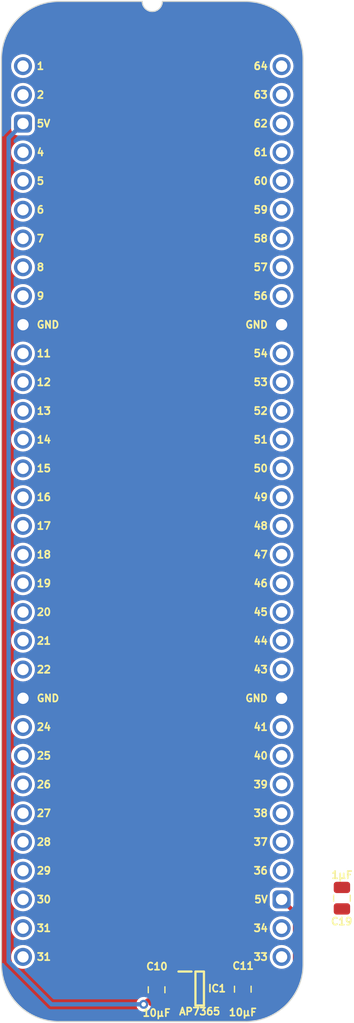
<source format=kicad_pcb>
(kicad_pcb (version 20221018) (generator pcbnew)
  (layers (0 "F.Cu" signal) (31 "B.Cu" signal) (36 "B.SilkS" user "B.Silkscreen") (37 "F.SilkS" user "F.Silkscreen") (38 "B.Mask" user) (39 "F.Mask" user) (44 "Edge.Cuts" user))
  (net 0 "")
  (net 1 "/5V")
  (net 2 "/GND")
  (net 3 "/3.3V")
  (footprint "SamacSys_Parts:C_0805" (layer "F.Cu") (at 100.711 140.081)
    (fp_text reference "C10" (at 0.027 -2.075 180) (layer "F.SilkS") (effects (font (size 0.635 0.635))))
    (fp_text value "10µF" (at 0 2.032) (layer "F.SilkS") (effects (font (size 0.635 0.635))))
    (fp_line (start -0.735 0.245252) (end -0.735 -0.277252) (stroke (width 0.12)) (layer "F.SilkS"))
    (fp_line (start 0.735 0.245252) (end 0.735 -0.277252) (stroke (width 0.12)) (layer "F.SilkS"))
    (pad "1" smd roundrect (at 0 0.934 90) (size 1 1.45) (layers "F.Cu" "F.Paste" "F.Mask") (net 1 "/5V"))
    (pad "2" smd roundrect (at 0 -0.966 90) (size 1 1.45) (layers "F.Cu" "F.Paste" "F.Mask") (net 2 "/GND"))
  )
  (footprint "SamacSys_Parts:SOT95P285X130-5N" (layer "F.Cu") (at 104.521 139.954)
    (fp_text reference "IC1" (at 1.524 0) (layer "F.SilkS") (effects (font (size 0.635 0.635))))
    (fp_text value "AP7365-33WG-7" hide)
    (fp_text user "${Silkscreen}" (at 0 2.032) (layer "F.SilkS") (effects (font (size 0.635 0.635))))
    (fp_line (start -1.875 -1.5) (end -0.725 -1.5) (stroke (width 0.2)) (layer "F.SilkS"))
    (fp_line (start -0.375 -1.5) (end 0.375 -1.5) (stroke (width 0.2)) (layer "F.SilkS"))
    (fp_line (start -0.375 1.5) (end -0.375 -1.5) (stroke (width 0.2)) (layer "F.SilkS"))
    (fp_line (start 0.375 -1.5) (end 0.375 1.5) (stroke (width 0.2)) (layer "F.SilkS"))
    (fp_line (start 0.375 1.5) (end -0.375 1.5) (stroke (width 0.2)) (layer "F.SilkS"))
    (pad "1" smd rect (at -1.3 -0.95 90) (size 0.6 1.15) (layers "F.Cu" "F.Paste" "F.Mask") (net 1 "/5V"))
    (pad "2" smd rect (at -1.3 0 90) (size 0.6 1.15) (layers "F.Cu" "F.Paste" "F.Mask") (net 2 "/GND"))
    (pad "3" smd rect (at -1.3 0.95 90) (size 0.6 1.15) (layers "F.Cu" "F.Paste" "F.Mask") (net 1 "/5V"))
    (pad "4" smd rect (at 1.3 0.95 90) (size 0.6 1.15) (layers "F.Cu" "F.Paste" "F.Mask"))
    (pad "5" smd rect (at 1.3 -0.95 90) (size 0.6 1.15) (layers "F.Cu" "F.Paste" "F.Mask") (net 3 "/3.3V"))
  )
  (footprint "SamacSys_Parts:C_0805" (layer "F.Cu") (at 108.331 140.031)
    (fp_text reference "C11" (at 0.027 -2.075 180) (layer "F.SilkS") (effects (font (size 0.635 0.635))))
    (fp_text value "10µF" (at 0 2.032) (layer "F.SilkS") (effects (font (size 0.635 0.635))))
    (fp_line (start -0.735 0.245252) (end -0.735 -0.277252) (stroke (width 0.12)) (layer "F.SilkS"))
    (fp_line (start 0.735 0.245252) (end 0.735 -0.277252) (stroke (width 0.12)) (layer "F.SilkS"))
    (pad "1" smd roundrect (at 0 0.934 90) (size 1 1.45) (layers "F.Cu" "F.Paste" "F.Mask") (net 3 "/3.3V"))
    (pad "2" smd roundrect (at 0 -0.966 90) (size 1 1.45) (layers "F.Cu" "F.Paste" "F.Mask") (net 2 "/GND"))
  )
  (footprint "SamacSys_Parts:C_0805" (layer "F.Cu") (at 117.094 131.953 180)
    (fp_text reference "C19" (at 0.027 -2.075) (layer "F.SilkS") (effects (font (size 0.635 0.635))))
    (fp_text value "1μF" (at 0 2.032) (layer "F.SilkS") (effects (font (size 0.635 0.635))))
    (fp_line (start -0.735 0.245252) (end -0.735 -0.277252) (stroke (width 0.12)) (layer "F.SilkS"))
    (fp_line (start 0.735 0.245252) (end 0.735 -0.277252) (stroke (width 0.12)) (layer "F.SilkS"))
    (pad "1" smd roundrect (at 0 0.934 270) (size 1 1.45) (layers "F.Cu" "F.Paste" "F.Mask") (net 3 "/3.3V"))
    (pad "2" smd roundrect (at 0 -0.966 270) (size 1 1.45) (layers "F.Cu" "F.Paste" "F.Mask") (net 2 "/GND"))
  )
  (footprint "SamacSys_Parts:DIP-64_Board_W22.86mm" (layer "F.Cu") (at 88.9 58.42)
    (fp_text reference "J1" hide)
    (fp_text value "Conn_02x32_Counter_Clockwise")
    (fp_line (start -1.905 -0.635) (end -1.905 79.375) (stroke (width 0.1)) (layer "Edge.Cuts"))
    (fp_line (start 10.541 -5.715) (end 3.175 -5.715) (stroke (width 0.1)) (layer "Edge.Cuts"))
    (fp_line (start 19.685 -5.715) (end 12.319 -5.715) (stroke (width 0.1)) (layer "Edge.Cuts"))
    (fp_line (start 19.685 84.455) (end 3.175 84.455) (stroke (width 0.1)) (layer "Edge.Cuts"))
    (fp_line (start 24.765 79.375) (end 24.765 -0.635) (stroke (width 0.1)) (layer "Edge.Cuts"))
    (fp_arc (start -1.905 -0.635) (mid -0.417102 -4.227102) (end 3.175 -5.715) (stroke (width 0.1)) (layer "Edge.Cuts"))
    (fp_arc (start 3.175 84.455) (mid -0.417102 82.967102) (end -1.905 79.375) (stroke (width 0.1)) (layer "Edge.Cuts"))
    (fp_arc (start 12.319 -5.715) (mid 11.43 -4.826) (end 10.541 -5.715) (stroke (width 0.1)) (layer "Edge.Cuts"))
    (fp_arc (start 19.685 -5.715) (mid 23.277102 -4.227102) (end 24.765 -0.635) (stroke (width 0.1)) (layer "Edge.Cuts"))
    (fp_arc (start 24.765 79.375) (mid 23.277102 82.967102) (end 19.685 84.455) (stroke (width 0.1)) (layer "Edge.Cuts"))
    (pad "1" thru_hole oval (at 0 0) (size 1.6 1.6) (drill 1) (layers "*.Cu" "*.Mask"))
    (pad "2" thru_hole oval (at 0 2.54) (size 1.6 1.6) (drill 1) (layers "*.Cu" "*.Mask"))
    (pad "3" thru_hole roundrect (at 0 5.08) (size 1.6 1.6) (drill 1) (layers "*.Cu" "*.Mask") (net 1 "/5V"))
    (pad "4" thru_hole oval (at 0 7.62) (size 1.6 1.6) (drill 1) (layers "*.Cu" "*.Mask"))
    (pad "5" thru_hole oval (at 0 10.16) (size 1.6 1.6) (drill 1) (layers "*.Cu" "*.Mask"))
    (pad "6" thru_hole oval (at 0 12.7) (size 1.6 1.6) (drill 1) (layers "*.Cu" "*.Mask"))
    (pad "7" thru_hole oval (at 0 15.24) (size 1.6 1.6) (drill 1) (layers "*.Cu" "*.Mask"))
    (pad "8" thru_hole oval (at 0 17.78) (size 1.6 1.6) (drill 1) (layers "*.Cu" "*.Mask"))
    (pad "9" thru_hole oval (at 0 20.32) (size 1.6 1.6) (drill 1) (layers "*.Cu" "*.Mask"))
    (pad "10" thru_hole rect (at 0 22.86) (size 1.6 1.6) (drill 1) (layers "*.Cu" "*.Mask") (net 2 "/GND"))
    (pad "11" thru_hole oval (at 0 25.4) (size 1.6 1.6) (drill 1) (layers "*.Cu" "*.Mask"))
    (pad "12" thru_hole oval (at 0 27.94) (size 1.6 1.6) (drill 1) (layers "*.Cu" "*.Mask"))
    (pad "13" thru_hole oval (at 0 30.48) (size 1.6 1.6) (drill 1) (layers "*.Cu" "*.Mask"))
    (pad "14" thru_hole oval (at 0 33.02) (size 1.6 1.6) (drill 1) (layers "*.Cu" "*.Mask"))
    (pad "15" thru_hole oval (at 0 35.56) (size 1.6 1.6) (drill 1) (layers "*.Cu" "*.Mask"))
    (pad "16" thru_hole oval (at 0 38.1) (size 1.6 1.6) (drill 1) (layers "*.Cu" "*.Mask"))
    (pad "17" thru_hole oval (at 0 40.64) (size 1.6 1.6) (drill 1) (layers "*.Cu" "*.Mask"))
    (pad "18" thru_hole oval (at 0 43.18) (size 1.6 1.6) (drill 1) (layers "*.Cu" "*.Mask"))
    (pad "19" thru_hole oval (at 0 45.72) (size 1.6 1.6) (drill 1) (layers "*.Cu" "*.Mask"))
    (pad "20" thru_hole oval (at 0 48.26) (size 1.6 1.6) (drill 1) (layers "*.Cu" "*.Mask"))
    (pad "21" thru_hole oval (at 0 50.8) (size 1.6 1.6) (drill 1) (layers "*.Cu" "*.Mask"))
    (pad "22" thru_hole oval (at 0 53.34) (size 1.6 1.6) (drill 1) (layers "*.Cu" "*.Mask"))
    (pad "23" thru_hole rect (at 0 55.88) (size 1.6 1.6) (drill 1) (layers "*.Cu" "*.Mask") (net 2 "/GND"))
    (pad "24" thru_hole oval (at 0 58.42) (size 1.6 1.6) (drill 1) (layers "*.Cu" "*.Mask"))
    (pad "25" thru_hole oval (at 0 60.96) (size 1.6 1.6) (drill 1) (layers "*.Cu" "*.Mask"))
    (pad "26" thru_hole oval (at 0 63.5) (size 1.6 1.6) (drill 1) (layers "*.Cu" "*.Mask"))
    (pad "27" thru_hole oval (at 0 66.04) (size 1.6 1.6) (drill 1) (layers "*.Cu" "*.Mask"))
    (pad "28" thru_hole oval (at 0 68.58) (size 1.6 1.6) (drill 1) (layers "*.Cu" "*.Mask"))
    (pad "29" thru_hole oval (at 0 71.12) (size 1.6 1.6) (drill 1) (layers "*.Cu" "*.Mask"))
    (pad "30" thru_hole oval (at 0 73.66) (size 1.6 1.6) (drill 1) (layers "*.Cu" "*.Mask"))
    (pad "31" thru_hole oval (at 0 76.2) (size 1.6 1.6) (drill 1) (layers "*.Cu" "*.Mask"))
    (pad "32" thru_hole oval (at 0 78.74) (size 1.6 1.6) (drill 1) (layers "*.Cu" "*.Mask"))
    (pad "33" thru_hole oval (at 22.86 78.74) (size 1.6 1.6) (drill 1) (layers "*.Cu" "*.Mask"))
    (pad "34" thru_hole oval (at 22.86 76.2) (size 1.6 1.6) (drill 1) (layers "*.Cu" "*.Mask"))
    (pad "35" thru_hole roundrect (at 22.86 73.66) (size 1.6 1.6) (drill 1) (layers "*.Cu" "*.Mask") (net 1 "/5V"))
    (pad "36" thru_hole oval (at 22.86 71.12) (size 1.6 1.6) (drill 1) (layers "*.Cu" "*.Mask"))
    (pad "37" thru_hole oval (at 22.86 68.58) (size 1.6 1.6) (drill 1) (layers "*.Cu" "*.Mask"))
    (pad "38" thru_hole oval (at 22.86 66.04) (size 1.6 1.6) (drill 1) (layers "*.Cu" "*.Mask"))
    (pad "39" thru_hole oval (at 22.86 63.5) (size 1.6 1.6) (drill 1) (layers "*.Cu" "*.Mask"))
    (pad "40" thru_hole oval (at 22.86 60.96) (size 1.6 1.6) (drill 1) (layers "*.Cu" "*.Mask"))
    (pad "41" thru_hole oval (at 22.86 58.42) (size 1.6 1.6) (drill 1) (layers "*.Cu" "*.Mask"))
    (pad "42" thru_hole rect (at 22.86 55.88) (size 1.6 1.6) (drill 1) (layers "*.Cu" "*.Mask") (net 2 "/GND"))
    (pad "43" thru_hole oval (at 22.86 53.34) (size 1.6 1.6) (drill 1) (layers "*.Cu" "*.Mask"))
    (pad "44" thru_hole oval (at 22.86 50.8) (size 1.6 1.6) (drill 1) (layers "*.Cu" "*.Mask"))
    (pad "45" thru_hole oval (at 22.86 48.26) (size 1.6 1.6) (drill 1) (layers "*.Cu" "*.Mask"))
    (pad "46" thru_hole oval (at 22.86 45.72) (size 1.6 1.6) (drill 1) (layers "*.Cu" "*.Mask"))
    (pad "47" thru_hole oval (at 22.86 43.18) (size 1.6 1.6) (drill 1) (layers "*.Cu" "*.Mask"))
    (pad "48" thru_hole oval (at 22.86 40.64) (size 1.6 1.6) (drill 1) (layers "*.Cu" "*.Mask"))
    (pad "49" thru_hole oval (at 22.86 38.1) (size 1.6 1.6) (drill 1) (layers "*.Cu" "*.Mask"))
    (pad "50" thru_hole oval (at 22.86 35.56) (size 1.6 1.6) (drill 1) (layers "*.Cu" "*.Mask"))
    (pad "51" thru_hole oval (at 22.86 33.02) (size 1.6 1.6) (drill 1) (layers "*.Cu" "*.Mask"))
    (pad "52" thru_hole oval (at 22.86 30.48) (size 1.6 1.6) (drill 1) (layers "*.Cu" "*.Mask"))
    (pad "53" thru_hole oval (at 22.86 27.94) (size 1.6 1.6) (drill 1) (layers "*.Cu" "*.Mask"))
    (pad "54" thru_hole oval (at 22.86 25.4) (size 1.6 1.6) (drill 1) (layers "*.Cu" "*.Mask"))
    (pad "55" thru_hole rect (at 22.86 22.86) (size 1.6 1.6) (drill 1) (layers "*.Cu" "*.Mask") (net 2 "/GND"))
    (pad "56" thru_hole oval (at 22.86 20.32) (size 1.6 1.6) (drill 1) (layers "*.Cu" "*.Mask"))
    (pad "57" thru_hole oval (at 22.86 17.78) (size 1.6 1.6) (drill 1) (layers "*.Cu" "*.Mask"))
    (pad "58" thru_hole oval (at 22.86 15.24) (size 1.6 1.6) (drill 1) (layers "*.Cu" "*.Mask"))
    (pad "59" thru_hole oval (at 22.86 12.7) (size 1.6 1.6) (drill 1) (layers "*.Cu" "*.Mask"))
    (pad "60" thru_hole oval (at 22.86 10.16) (size 1.6 1.6) (drill 1) (layers "*.Cu" "*.Mask"))
    (pad "61" thru_hole oval (at 22.86 7.62) (size 1.6 1.6) (drill 1) (layers "*.Cu" "*.Mask"))
    (pad "62" thru_hole oval (at 22.86 5.08) (size 1.6 1.6) (drill 1) (layers "*.Cu" "*.Mask"))
    (pad "63" thru_hole oval (at 22.86 2.54) (size 1.6 1.6) (drill 1) (layers "*.Cu" "*.Mask"))
    (pad "64" thru_hole oval (at 22.86 0) (size 1.6 1.6) (drill 1) (layers "*.Cu" "*.Mask"))
  )
  (gr_line (start 108.585 142.875) (end 92.075 142.875) (stroke (width 0.1)) (layer "Edge.Cuts"))
  (gr_text "6" (at 90.043 71.12) (layer "F.SilkS") (effects (font (size 0.635 0.635)) (justify left)))
  (gr_text "33" (at 110.617 137.16) (layer "F.SilkS") (effects (font (size 0.635 0.635)) (justify right)))
  (gr_text "12" (at 90.043 86.36) (layer "F.SilkS") (effects (font (size 0.635 0.635)) (justify left)))
  (gr_text "61" (at 110.617 66.04) (layer "F.SilkS") (effects (font (size 0.635 0.635)) (justify right)))
  (gr_text "49" (at 110.617 96.52) (layer "F.SilkS") (effects (font (size 0.635 0.635)) (justify right)))
  (gr_text "44" (at 110.617 109.22) (layer "F.SilkS") (effects (font (size 0.635 0.635)) (justify right)))
  (gr_text "22" (at 90.043 111.76) (layer "F.SilkS") (effects (font (size 0.635 0.635)) (justify left)))
  (gr_text "64" (at 110.617 58.42) (layer "F.SilkS") (effects (font (size 0.635 0.635)) (justify right)))
  (gr_text "47" (at 110.617 101.6) (layer "F.SilkS") (effects (font (size 0.635 0.635)) (justify right)))
  (gr_text "2" (at 90.043 60.96) (layer "F.SilkS") (effects (font (size 0.635 0.635)) (justify left)))
  (gr_text "9" (at 90.043 78.74) (layer "F.SilkS") (effects (font (size 0.635 0.635)) (justify left)))
  (gr_text "34" (at 110.617 134.62) (layer "F.SilkS") (effects (font (size 0.635 0.635)) (justify right)))
  (gr_text "40" (at 110.617 119.38) (layer "F.SilkS") (effects (font (size 0.635 0.635)) (justify right)))
  (gr_text "17" (at 90.043 99.06) (layer "F.SilkS") (effects (font (size 0.635 0.635)) (justify left)))
  (gr_text "11" (at 90.043 83.82) (layer "F.SilkS") (effects (font (size 0.635 0.635)) (justify left)))
  (gr_text "37" (at 110.617 127) (layer "F.SilkS") (effects (font (size 0.635 0.635)) (justify right)))
  (gr_text "5V" (at 110.617 132.08) (layer "F.SilkS") (effects (font (size 0.635 0.635)) (justify right)))
  (gr_text "51" (at 110.617 91.44) (layer "F.SilkS") (effects (font (size 0.635 0.635)) (justify right)))
  (gr_text "GND" (at 90.043 114.3) (layer "F.SilkS") (effects (font (size 0.635 0.635)) (justify left)))
  (gr_text "45" (at 110.617 106.68) (layer "F.SilkS") (effects (font (size 0.635 0.635)) (justify right)))
  (gr_text "24" (at 90.043 116.84) (layer "F.SilkS") (effects (font (size 0.635 0.635)) (justify left)))
  (gr_text "46" (at 110.617 104.14) (layer "F.SilkS") (effects (font (size 0.635 0.635)) (justify right)))
  (gr_text "18" (at 90.043 101.6) (layer "F.SilkS") (effects (font (size 0.635 0.635)) (justify left)))
  (gr_text "59" (at 110.617 71.12) (layer "F.SilkS") (effects (font (size 0.635 0.635)) (justify right)))
  (gr_text "62" (at 110.617 63.5) (layer "F.SilkS") (effects (font (size 0.635 0.635)) (justify right)))
  (gr_text "53" (at 110.617 86.36) (layer "F.SilkS") (effects (font (size 0.635 0.635)) (justify right)))
  (gr_text "31" (at 90.043 137.16) (layer "F.SilkS") (effects (font (size 0.635 0.635)) (justify left)))
  (gr_text "39" (at 110.617 121.92) (layer "F.SilkS") (effects (font (size 0.635 0.635)) (justify right)))
  (gr_text "5" (at 90.043 68.58) (layer "F.SilkS") (effects (font (size 0.635 0.635)) (justify left)))
  (gr_text "56" (at 110.617 78.74) (layer "F.SilkS") (effects (font (size 0.635 0.635)) (justify right)))
  (gr_text "GND" (at 90.043 81.28) (layer "F.SilkS") (effects (font (size 0.635 0.635)) (justify left)))
  (gr_text "13" (at 90.043 88.9) (layer "F.SilkS") (effects (font (size 0.635 0.635)) (justify left)))
  (gr_text "21" (at 90.043 109.22) (layer "F.SilkS") (effects (font (size 0.635 0.635)) (justify left)))
  (gr_text "15" (at 90.043 93.98) (layer "F.SilkS") (effects (font (size 0.635 0.635)) (justify left)))
  (gr_text "26" (at 90.043 121.92) (layer "F.SilkS") (effects (font (size 0.635 0.635)) (justify left)))
  (gr_text "4" (at 90.043 66.04) (layer "F.SilkS") (effects (font (size 0.635 0.635)) (justify left)))
  (gr_text "27" (at 90.043 124.46) (layer "F.SilkS") (effects (font (size 0.635 0.635)) (justify left)))
  (gr_text "GND" (at 110.617 114.3) (layer "F.SilkS") (effects (font (size 0.635 0.635)) (justify right)))
  (gr_text "20" (at 90.043 106.68) (layer "F.SilkS") (effects (font (size 0.635 0.635)) (justify left)))
  (gr_text "28" (at 90.043 127) (layer "F.SilkS") (effects (font (size 0.635 0.635)) (justify left)))
  (gr_text "54" (at 110.617 83.82) (layer "F.SilkS") (effects (font (size 0.635 0.635)) (justify right)))
  (gr_text "57" (at 110.617 76.2) (layer "F.SilkS") (effects (font (size 0.635 0.635)) (justify right)))
  (gr_text "7" (at 90.043 73.66) (layer "F.SilkS") (effects (font (size 0.635 0.635)) (justify left)))
  (gr_text "31" (at 90.043 134.62) (layer "F.SilkS") (effects (font (size 0.635 0.635)) (justify left)))
  (gr_text "50" (at 110.617 93.98) (layer "F.SilkS") (effects (font (size 0.635 0.635)) (justify right)))
  (gr_text "52" (at 110.617 88.9) (layer "F.SilkS") (effects (font (size 0.635 0.635)) (justify right)))
  (gr_text "43" (at 110.617 111.76) (layer "F.SilkS") (effects (font (size 0.635 0.635)) (justify right)))
  (gr_text "8" (at 90.043 76.2) (layer "F.SilkS") (effects (font (size 0.635 0.635)) (justify left)))
  (gr_text "14" (at 90.043 91.44) (layer "F.SilkS") (effects (font (size 0.635 0.635)) (justify left)))
  (gr_text "41" (at 110.617 116.84) (layer "F.SilkS") (effects (font (size 0.635 0.635)) (justify right)))
  (gr_text "36" (at 110.617 129.54) (layer "F.SilkS") (effects (font (size 0.635 0.635)) (justify right)))
  (gr_text "38" (at 110.617 124.46) (layer "F.SilkS") (effects (font (size 0.635 0.635)) (justify right)))
  (gr_text "30" (at 90.043 132.08) (layer "F.SilkS") (effects (font (size 0.635 0.635)) (justify left)))
  (gr_text "48" (at 110.617 99.06) (layer "F.SilkS") (effects (font (size 0.635 0.635)) (justify right)))
  (gr_text "19" (at 90.043 104.14) (layer "F.SilkS") (effects (font (size 0.635 0.635)) (justify left)))
  (gr_text "1" (at 90.043 58.42) (layer "F.SilkS") (effects (font (size 0.635 0.635)) (justify left)))
  (gr_text "60" (at 110.617 68.58) (layer "F.SilkS") (effects (font (size 0.635 0.635)) (justify right)))
  (gr_text "58" (at 110.617 73.66) (layer "F.SilkS") (effects (font (size 0.635 0.635)) (justify right)))
  (gr_text "5V" (at 90.043 63.5) (layer "F.SilkS") (effects (font (size 0.635 0.635)) (justify left)))
  (gr_text "25" (at 90.043 119.38) (layer "F.SilkS") (effects (font (size 0.635 0.635)) (justify left)))
  (gr_text "63" (at 110.617 60.96) (layer "F.SilkS") (effects (font (size 0.635 0.635)) (justify right)))
  (gr_text "29" (at 90.043 129.54) (layer "F.SilkS") (effects (font (size 0.635 0.635)) (justify left)))
  (gr_text "GND" (at 110.617 81.28) (layer "F.SilkS") (effects (font (size 0.635 0.635)) (justify right)))
  (gr_text "16" (at 90.043 96.52) (layer "F.SilkS") (effects (font (size 0.635 0.635)) (justify left)))
  (segment (start 111.76 132.08) (end 112.95 133.27) (width 0.38) (layer "F.Cu") (net 1))
  (segment (start 103.11 141.015) (end 103.221 140.904) (width 0.38) (layer "F.Cu") (net 1))
  (segment (start 100.711 141.015) (end 103.11 141.015) (width 0.38) (layer "F.Cu") (net 1))
  (segment (start 100.711 141.015) (end 99.904 141.015) (width 0.38) (layer "F.Cu") (net 1))
  (segment (start 103.221 139.004) (end 102.516 139.004) (width 0.38) (layer "F.Cu") (net 1))
  (segment (start 112.95 139.022097) (end 110.113097 141.859) (width 0.38) (layer "F.Cu") (net 1))
  (segment (start 102.516 139.004) (end 102.256 139.264) (width 0.38) (layer "F.Cu") (net 1))
  (segment (start 101.555 141.859) (end 100.711 141.015) (width 0.38) (layer "F.Cu") (net 1))
  (segment (start 112.95 133.27) (end 112.95 139.022097) (width 0.38) (layer "F.Cu") (net 1))
  (segment (start 102.516 140.904) (end 103.221 140.904) (width 0.38) (layer "F.Cu") (net 1))
  (segment (start 102.256 140.644) (end 102.516 140.904) (width 0.38) (layer "F.Cu") (net 1))
  (segment (start 110.113097 141.859) (end 101.555 141.859) (width 0.38) (layer "F.Cu") (net 1))
  (segment (start 102.256 139.264) (end 102.256 140.644) (width 0.38) (layer "F.Cu") (net 1))
  (segment (start 99.904 141.015) (end 99.568 141.351) (width 0.38) (layer "F.Cu") (net 1))
  (via (at 99.568 141.351) (size 0.8) (drill 0.4) (layers "F.Cu" "B.Cu") (net 1))
  (segment (start 99.568 141.351) (end 91.408085 141.351) (width 0.38) (layer "B.Cu") (net 1))
  (segment (start 87.63 137.572915) (end 87.63 64.77) (width 0.38) (layer "B.Cu") (net 1))
  (segment (start 91.408085 141.351) (end 87.63 137.572915) (width 0.38) (layer "B.Cu") (net 1))
  (segment (start 87.63 64.77) (end 88.9 63.5) (width 0.38) (layer "B.Cu") (net 1))
  (segment (start 101.512 138.314) (end 100.711 139.115) (width 0.38) (layer "F.Cu") (net 2))
  (segment (start 108.331 139.065) (end 107.58 138.314) (width 0.38) (layer "F.Cu") (net 2))
  (segment (start 107.58 138.314) (end 101.512 138.314) (width 0.38) (layer "F.Cu") (net 2))
  (segment (start 105.821 139.004) (end 106.37 139.004) (width 0.38) (layer "F.Cu") (net 3))
  (segment (start 106.37 139.004) (end 108.331 140.965) (width 0.38) (layer "F.Cu") (net 3))
  (zone (net 2) (net_name "/GND") (layers "F&B.Cu") (connect_pads yes (clearance 0.25)) (min_thickness 0.25) (fill yes (thermal_gap 0.5) (thermal_bridge_width 0.5) (island_removal_mode 2) (island_area_min 10))
    (polygon (pts (xy 86.868 52.578) (xy 113.792 52.578) (xy 113.792 143.002) (xy 86.868 143.002)))
  )
)
</source>
